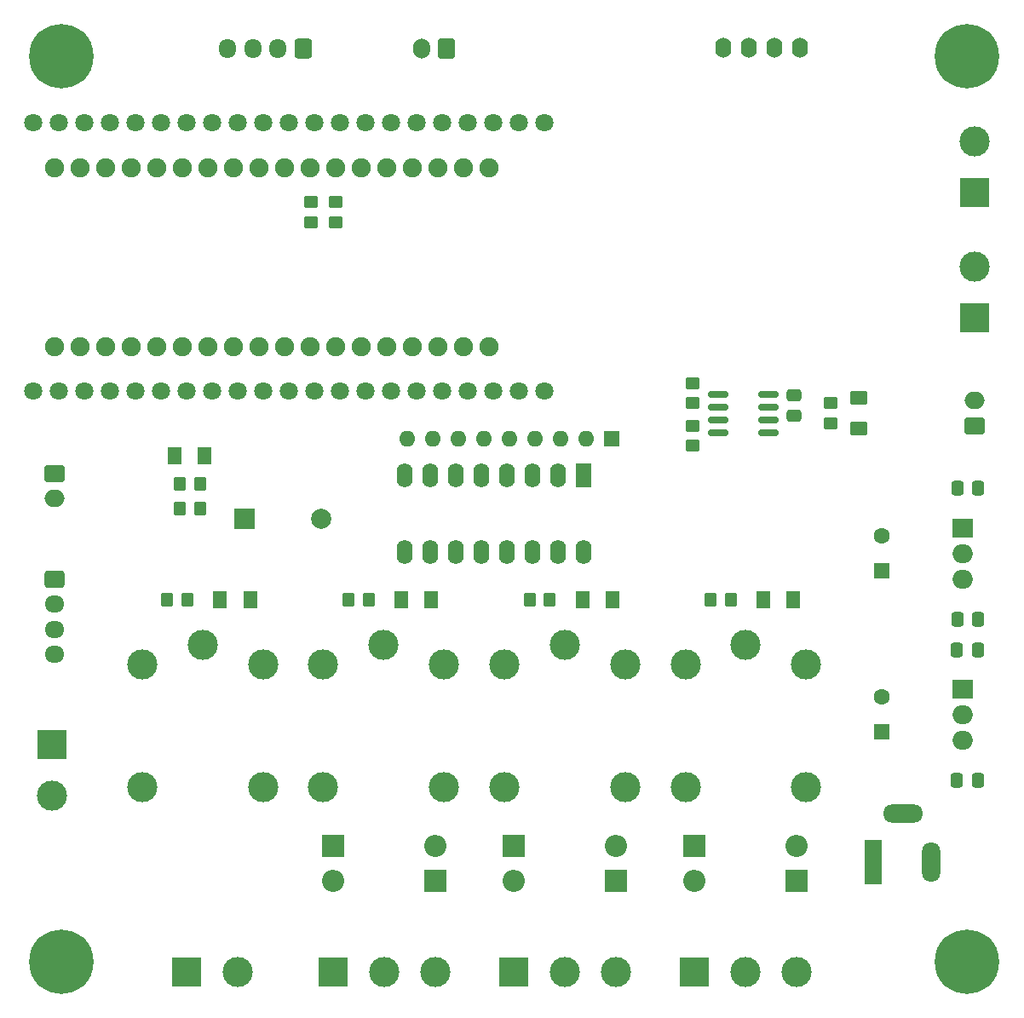
<source format=gbr>
%TF.GenerationSoftware,KiCad,Pcbnew,(5.99.0-10406-ge27733587d)*%
%TF.CreationDate,2021-05-19T17:56:25+05:30*%
%TF.ProjectId,OxiKit-Brainboard_v1,4f78694b-6974-42d4-9272-61696e626f61,rev?*%
%TF.SameCoordinates,Original*%
%TF.FileFunction,Soldermask,Top*%
%TF.FilePolarity,Negative*%
%FSLAX46Y46*%
G04 Gerber Fmt 4.6, Leading zero omitted, Abs format (unit mm)*
G04 Created by KiCad (PCBNEW (5.99.0-10406-ge27733587d)) date 2021-05-19 17:56:25*
%MOMM*%
%LPD*%
G01*
G04 APERTURE LIST*
G04 Aperture macros list*
%AMRoundRect*
0 Rectangle with rounded corners*
0 $1 Rounding radius*
0 $2 $3 $4 $5 $6 $7 $8 $9 X,Y pos of 4 corners*
0 Add a 4 corners polygon primitive as box body*
4,1,4,$2,$3,$4,$5,$6,$7,$8,$9,$2,$3,0*
0 Add four circle primitives for the rounded corners*
1,1,$1+$1,$2,$3*
1,1,$1+$1,$4,$5*
1,1,$1+$1,$6,$7*
1,1,$1+$1,$8,$9*
0 Add four rect primitives between the rounded corners*
20,1,$1+$1,$2,$3,$4,$5,0*
20,1,$1+$1,$4,$5,$6,$7,0*
20,1,$1+$1,$6,$7,$8,$9,0*
20,1,$1+$1,$8,$9,$2,$3,0*%
G04 Aperture macros list end*
%ADD10RoundRect,0.250000X-0.750000X0.600000X-0.750000X-0.600000X0.750000X-0.600000X0.750000X0.600000X0*%
%ADD11O,2.000000X1.700000*%
%ADD12RoundRect,0.250000X-0.350000X-0.450000X0.350000X-0.450000X0.350000X0.450000X-0.350000X0.450000X0*%
%ADD13RoundRect,0.250000X0.450000X-0.350000X0.450000X0.350000X-0.450000X0.350000X-0.450000X-0.350000X0*%
%ADD14RoundRect,0.250000X-0.450000X0.350000X-0.450000X-0.350000X0.450000X-0.350000X0.450000X0.350000X0*%
%ADD15R,1.600000X1.600000*%
%ADD16C,1.600000*%
%ADD17R,2.200000X2.200000*%
%ADD18O,2.200000X2.200000*%
%ADD19R,3.000000X3.000000*%
%ADD20C,3.000000*%
%ADD21C,0.800000*%
%ADD22C,6.400000*%
%ADD23RoundRect,0.250000X0.337500X0.475000X-0.337500X0.475000X-0.337500X-0.475000X0.337500X-0.475000X0*%
%ADD24R,2.000000X2.000000*%
%ADD25C,2.000000*%
%ADD26C,1.800000*%
%ADD27RoundRect,0.150000X-0.825000X-0.150000X0.825000X-0.150000X0.825000X0.150000X-0.825000X0.150000X0*%
%ADD28RoundRect,0.250001X-0.462499X-0.624999X0.462499X-0.624999X0.462499X0.624999X-0.462499X0.624999X0*%
%ADD29RoundRect,0.250000X0.350000X0.450000X-0.350000X0.450000X-0.350000X-0.450000X0.350000X-0.450000X0*%
%ADD30O,1.600000X2.000000*%
%ADD31RoundRect,0.250000X-0.337500X-0.475000X0.337500X-0.475000X0.337500X0.475000X-0.337500X0.475000X0*%
%ADD32O,1.600000X1.600000*%
%ADD33RoundRect,0.250000X0.600000X0.725000X-0.600000X0.725000X-0.600000X-0.725000X0.600000X-0.725000X0*%
%ADD34O,1.700000X1.950000*%
%ADD35R,2.000000X1.905000*%
%ADD36O,2.000000X1.905000*%
%ADD37C,1.900000*%
%ADD38RoundRect,0.250000X0.750000X-0.600000X0.750000X0.600000X-0.750000X0.600000X-0.750000X-0.600000X0*%
%ADD39RoundRect,0.250000X0.600000X0.750000X-0.600000X0.750000X-0.600000X-0.750000X0.600000X-0.750000X0*%
%ADD40O,1.700000X2.000000*%
%ADD41O,1.950000X1.700000*%
%ADD42RoundRect,0.250000X-0.725000X0.600000X-0.725000X-0.600000X0.725000X-0.600000X0.725000X0.600000X0*%
%ADD43R,1.600000X2.400000*%
%ADD44O,1.600000X2.400000*%
%ADD45RoundRect,0.250000X-0.475000X0.337500X-0.475000X-0.337500X0.475000X-0.337500X0.475000X0.337500X0*%
%ADD46R,1.800000X4.400000*%
%ADD47O,1.800000X4.000000*%
%ADD48O,4.000000X1.800000*%
%ADD49RoundRect,0.250001X0.624999X-0.462499X0.624999X0.462499X-0.624999X0.462499X-0.624999X-0.462499X0*%
G04 APERTURE END LIST*
D10*
%TO.C,SW2*%
X54275000Y-86500000D03*
D11*
X54275000Y-89000000D03*
%TD*%
D12*
%TO.C,R11*%
X66750000Y-90000000D03*
X68750000Y-90000000D03*
%TD*%
D13*
%TO.C,R10*%
X82250000Y-61500000D03*
X82250000Y-59500000D03*
%TD*%
%TO.C,R9*%
X79750000Y-61500000D03*
X79750000Y-59500000D03*
%TD*%
D14*
%TO.C,R2*%
X117750000Y-77500000D03*
X117750000Y-79500000D03*
%TD*%
D13*
%TO.C,R1*%
X117750000Y-83750000D03*
X117750000Y-81750000D03*
%TD*%
D15*
%TO.C,C1*%
X136500000Y-112152651D03*
D16*
X136500000Y-108652651D03*
%TD*%
D17*
%TO.C,D12*%
X92110000Y-127000000D03*
D18*
X81950000Y-127000000D03*
%TD*%
D19*
%TO.C,J11*%
X67460000Y-136000000D03*
D20*
X72540000Y-136000000D03*
%TD*%
%TO.C,K4*%
X69000000Y-103500000D03*
X75000000Y-117700000D03*
X63000000Y-117700000D03*
X63000000Y-105500000D03*
X75000000Y-105500000D03*
%TD*%
D21*
%TO.C,H3*%
X147400000Y-135000000D03*
X143302944Y-133302944D03*
X146697056Y-136697056D03*
X146697056Y-133302944D03*
D22*
X145000000Y-135000000D03*
D21*
X145000000Y-132600000D03*
X143302944Y-136697056D03*
X142600000Y-135000000D03*
X145000000Y-137400000D03*
%TD*%
D23*
%TO.C,C3*%
X146092500Y-100960000D03*
X144017500Y-100960000D03*
%TD*%
D17*
%TO.C,D4*%
X117920000Y-123550000D03*
D18*
X128080000Y-123550000D03*
%TD*%
D19*
%TO.C,J9*%
X54000000Y-113460000D03*
D20*
X54000000Y-118540000D03*
%TD*%
%TO.C,K3*%
X87000000Y-103500000D03*
X93000000Y-117700000D03*
X81000000Y-117700000D03*
X81000000Y-105500000D03*
X93000000Y-105500000D03*
%TD*%
D24*
%TO.C,BZ1*%
X73200000Y-91000000D03*
D25*
X80800000Y-91000000D03*
%TD*%
D26*
%TO.C,U5*%
X103000000Y-51665000D03*
X100460000Y-51665000D03*
X97920000Y-51665000D03*
X95380000Y-51665000D03*
X92840000Y-51665000D03*
X90300000Y-51665000D03*
X87760000Y-51665000D03*
X85220000Y-51665000D03*
X82680000Y-51665000D03*
X80140000Y-51665000D03*
X77600000Y-51665000D03*
X75060000Y-51665000D03*
X72520000Y-51665000D03*
X69980000Y-51665000D03*
X67440000Y-51665000D03*
X64900000Y-51665000D03*
X62360000Y-51665000D03*
X59820000Y-51665000D03*
X57280000Y-51665000D03*
X54740000Y-51665000D03*
X52200000Y-51665000D03*
X103000000Y-78335000D03*
X100460000Y-78335000D03*
X97920000Y-78335000D03*
X95380000Y-78335000D03*
X92840000Y-78335000D03*
X90300000Y-78335000D03*
X87760000Y-78335000D03*
X85220000Y-78335000D03*
X82680000Y-78335000D03*
X80140000Y-78335000D03*
X77600000Y-78335000D03*
X75060000Y-78335000D03*
X72520000Y-78335000D03*
X69980000Y-78335000D03*
X67440000Y-78335000D03*
X64900000Y-78335000D03*
X62360000Y-78335000D03*
X59820000Y-78335000D03*
X57280000Y-78335000D03*
X54740000Y-78335000D03*
X52200000Y-78335000D03*
%TD*%
D27*
%TO.C,U2*%
X120275000Y-78595000D03*
X120275000Y-79865000D03*
X120275000Y-81135000D03*
X120275000Y-82405000D03*
X125225000Y-82405000D03*
X125225000Y-81135000D03*
X125225000Y-79865000D03*
X125225000Y-78595000D03*
%TD*%
D28*
%TO.C,D9*%
X70762500Y-99000000D03*
X73737500Y-99000000D03*
%TD*%
D17*
%TO.C,D8*%
X110080000Y-127000000D03*
D18*
X99920000Y-127000000D03*
%TD*%
D29*
%TO.C,R7*%
X67500000Y-99000000D03*
X65500000Y-99000000D03*
%TD*%
D15*
%TO.C,C7*%
X136500000Y-96152651D03*
D16*
X136500000Y-92652651D03*
%TD*%
D20*
%TO.C,K2*%
X105000000Y-103500000D03*
X111000000Y-117700000D03*
X99000000Y-117700000D03*
X99000000Y-105500000D03*
X111000000Y-105500000D03*
%TD*%
D30*
%TO.C,Brd1*%
X128370000Y-44150000D03*
X125830000Y-44150000D03*
X123290000Y-44150000D03*
X120750000Y-44150000D03*
%TD*%
D19*
%TO.C,J5*%
X145750000Y-71040000D03*
D20*
X145750000Y-65960000D03*
%TD*%
D21*
%TO.C,H1*%
X55000000Y-132600000D03*
X55000000Y-137400000D03*
X53302944Y-133302944D03*
X57400000Y-135000000D03*
D22*
X55000000Y-135000000D03*
D21*
X52600000Y-135000000D03*
X53302944Y-136697056D03*
X56697056Y-136697056D03*
X56697056Y-133302944D03*
%TD*%
D19*
%TO.C,J8*%
X99920000Y-136000000D03*
D20*
X105000000Y-136000000D03*
X110080000Y-136000000D03*
%TD*%
D31*
%TO.C,C4*%
X144017500Y-87960000D03*
X146092500Y-87960000D03*
%TD*%
D15*
%TO.C,RN1*%
X109675000Y-83000000D03*
D32*
X107135000Y-83000000D03*
X104595000Y-83000000D03*
X102055000Y-83000000D03*
X99515000Y-83000000D03*
X96975000Y-83000000D03*
X94435000Y-83000000D03*
X91895000Y-83000000D03*
X89355000Y-83000000D03*
%TD*%
D19*
%TO.C,J4*%
X145750000Y-58540000D03*
D20*
X145750000Y-53460000D03*
%TD*%
D19*
%TO.C,J7*%
X117920000Y-136000000D03*
D20*
X123000000Y-136000000D03*
X128080000Y-136000000D03*
%TD*%
D12*
%TO.C,R3*%
X66750000Y-87512500D03*
X68750000Y-87512500D03*
%TD*%
D33*
%TO.C,J3*%
X79000000Y-44275000D03*
D34*
X76500000Y-44275000D03*
X74000000Y-44275000D03*
X71500000Y-44275000D03*
%TD*%
D35*
%TO.C,U3*%
X144555000Y-91960000D03*
D36*
X144555000Y-94500000D03*
X144555000Y-97040000D03*
%TD*%
D21*
%TO.C,H4*%
X146697056Y-46697056D03*
D22*
X145000000Y-45000000D03*
D21*
X147400000Y-45000000D03*
X142600000Y-45000000D03*
X145000000Y-42600000D03*
X146697056Y-43302944D03*
X143302944Y-43302944D03*
X143302944Y-46697056D03*
X145000000Y-47400000D03*
%TD*%
D37*
%TO.C,U1*%
X54322500Y-73890000D03*
X56862500Y-73890000D03*
X59402500Y-73890000D03*
X61942500Y-73890000D03*
X64482500Y-73890000D03*
X67022500Y-73890000D03*
X69562500Y-73890000D03*
X72102500Y-73890000D03*
X74642500Y-73890000D03*
X77182500Y-73890000D03*
X79722500Y-73890000D03*
X82262500Y-73890000D03*
X84802500Y-73890000D03*
X87342500Y-73890000D03*
X89882500Y-73890000D03*
X92422500Y-73890000D03*
X94962500Y-73890000D03*
X97502500Y-73890000D03*
X97502500Y-56110000D03*
X94962500Y-56110000D03*
X92422500Y-56110000D03*
X89882500Y-56110000D03*
X87342500Y-56110000D03*
X84802500Y-56110000D03*
X82262500Y-56110000D03*
X79722500Y-56110000D03*
X77182500Y-56110000D03*
X74642500Y-56110000D03*
X72102500Y-56110000D03*
X69562500Y-56110000D03*
X67022500Y-56110000D03*
X64482500Y-56110000D03*
X61942500Y-56110000D03*
X59402500Y-56110000D03*
X56862500Y-56110000D03*
X54322500Y-56110000D03*
%TD*%
D17*
%TO.C,D11*%
X81950000Y-123550000D03*
D18*
X92110000Y-123550000D03*
%TD*%
D38*
%TO.C,SW1*%
X145725000Y-81750000D03*
D11*
X145725000Y-79250000D03*
%TD*%
D39*
%TO.C,J1*%
X93250000Y-44275000D03*
D40*
X90750000Y-44275000D03*
%TD*%
D41*
%TO.C,J6*%
X54275000Y-104500000D03*
X54275000Y-102000000D03*
X54275000Y-99500000D03*
D42*
X54275000Y-97000000D03*
%TD*%
D29*
%TO.C,R6*%
X103500000Y-99000000D03*
X101500000Y-99000000D03*
%TD*%
D17*
%TO.C,D5*%
X128080000Y-127000000D03*
D18*
X117920000Y-127000000D03*
%TD*%
D29*
%TO.C,R5*%
X121500000Y-99000000D03*
X119500000Y-99000000D03*
%TD*%
D43*
%TO.C,U6*%
X106875000Y-86675000D03*
D44*
X104335000Y-86675000D03*
X101795000Y-86675000D03*
X99255000Y-86675000D03*
X96715000Y-86675000D03*
X94175000Y-86675000D03*
X91635000Y-86675000D03*
X89095000Y-86675000D03*
X89095000Y-94295000D03*
X91635000Y-94295000D03*
X94175000Y-94295000D03*
X96715000Y-94295000D03*
X99255000Y-94295000D03*
X101795000Y-94295000D03*
X104335000Y-94295000D03*
X106875000Y-94295000D03*
%TD*%
D21*
%TO.C,H2*%
X53302944Y-46697056D03*
D22*
X55000000Y-45000000D03*
D21*
X55000000Y-42600000D03*
X52600000Y-45000000D03*
X55000000Y-47400000D03*
X57400000Y-45000000D03*
X56697056Y-43302944D03*
X56697056Y-46697056D03*
X53302944Y-43302944D03*
%TD*%
D29*
%TO.C,R8*%
X85500000Y-99000000D03*
X83500000Y-99000000D03*
%TD*%
D19*
%TO.C,J10*%
X81950000Y-136000000D03*
D20*
X87030000Y-136000000D03*
X92110000Y-136000000D03*
%TD*%
D28*
%TO.C,D3*%
X124762500Y-99000000D03*
X127737500Y-99000000D03*
%TD*%
D20*
%TO.C,K1*%
X123000000Y-103500000D03*
X129000000Y-117700000D03*
X117000000Y-117700000D03*
X117000000Y-105500000D03*
X129000000Y-105500000D03*
%TD*%
D13*
%TO.C,R4*%
X131400000Y-81500000D03*
X131400000Y-79500000D03*
%TD*%
D45*
%TO.C,C5*%
X127750000Y-78712500D03*
X127750000Y-80787500D03*
%TD*%
D46*
%TO.C,J2*%
X135650000Y-125100000D03*
D47*
X141450000Y-125100000D03*
D48*
X138650000Y-120300000D03*
%TD*%
D31*
%TO.C,C6*%
X143962500Y-117000000D03*
X146037500Y-117000000D03*
%TD*%
%TO.C,C2*%
X143962500Y-104000000D03*
X146037500Y-104000000D03*
%TD*%
D28*
%TO.C,D1*%
X66262500Y-84762500D03*
X69237500Y-84762500D03*
%TD*%
%TO.C,D10*%
X88762500Y-99000000D03*
X91737500Y-99000000D03*
%TD*%
%TO.C,D6*%
X106762500Y-99000000D03*
X109737500Y-99000000D03*
%TD*%
D49*
%TO.C,D2*%
X134250000Y-81987500D03*
X134250000Y-79012500D03*
%TD*%
D17*
%TO.C,D7*%
X99920000Y-123550000D03*
D18*
X110080000Y-123550000D03*
%TD*%
D35*
%TO.C,U4*%
X144555000Y-107960000D03*
D36*
X144555000Y-110500000D03*
X144555000Y-113040000D03*
%TD*%
M02*

</source>
